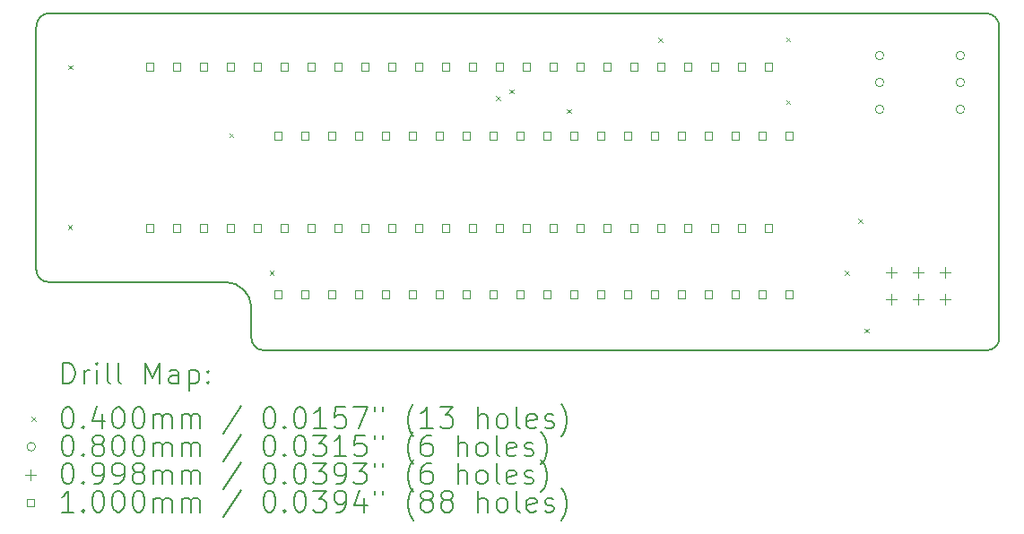
<source format=gbr>
%FSLAX45Y45*%
G04 Gerber Fmt 4.5, Leading zero omitted, Abs format (unit mm)*
G04 Created by KiCad (PCBNEW 6.0.1) date 2022-02-11 11:10:32*
%MOMM*%
%LPD*%
G01*
G04 APERTURE LIST*
%TA.AperFunction,Profile*%
%ADD10C,0.150000*%
%TD*%
%ADD11C,0.200000*%
%ADD12C,0.040000*%
%ADD13C,0.080000*%
%ADD14C,0.099822*%
%ADD15C,0.100000*%
G04 APERTURE END LIST*
D10*
X19823800Y-8470900D02*
G75*
G03*
X19696800Y-8343900I-127000J0D01*
G01*
X12763500Y-11414900D02*
X12763000Y-11132000D01*
X19709500Y-11529200D02*
G75*
G03*
X19823800Y-11414900I0J114300D01*
G01*
X19823800Y-8470900D02*
X19823800Y-11414900D01*
X12763000Y-11132000D02*
G75*
G03*
X12515000Y-10884000I-248000J0D01*
G01*
X12515000Y-10884000D02*
X10845800Y-10883900D01*
X12763500Y-11414900D02*
G75*
G03*
X12877800Y-11529200I114300J0D01*
G01*
X19709500Y-11529200D02*
X12877800Y-11529200D01*
X10731500Y-10769600D02*
X10731500Y-8470900D01*
X10858500Y-8343900D02*
X19696800Y-8343900D01*
X10858500Y-8343900D02*
G75*
G03*
X10731500Y-8470900I0J-127000D01*
G01*
X10731500Y-10769600D02*
G75*
G03*
X10845800Y-10883900I114300J0D01*
G01*
D11*
D12*
X11030000Y-10347000D02*
X11070000Y-10387000D01*
X11070000Y-10347000D02*
X11030000Y-10387000D01*
X11034000Y-8834000D02*
X11074000Y-8874000D01*
X11074000Y-8834000D02*
X11034000Y-8874000D01*
X12554000Y-9478000D02*
X12594000Y-9518000D01*
X12594000Y-9478000D02*
X12554000Y-9518000D01*
X12935000Y-10777000D02*
X12975000Y-10817000D01*
X12975000Y-10777000D02*
X12935000Y-10817000D01*
X15073000Y-9126000D02*
X15113000Y-9166000D01*
X15113000Y-9126000D02*
X15073000Y-9166000D01*
X15200000Y-9063000D02*
X15240000Y-9103000D01*
X15240000Y-9063000D02*
X15200000Y-9103000D01*
X15738000Y-9249000D02*
X15778000Y-9289000D01*
X15778000Y-9249000D02*
X15738000Y-9289000D01*
X16607000Y-8579000D02*
X16647000Y-8619000D01*
X16647000Y-8579000D02*
X16607000Y-8619000D01*
X17810000Y-8573000D02*
X17850000Y-8613000D01*
X17850000Y-8573000D02*
X17810000Y-8613000D01*
X17812000Y-9164000D02*
X17852000Y-9204000D01*
X17852000Y-9164000D02*
X17812000Y-9204000D01*
X18367000Y-10778000D02*
X18407000Y-10818000D01*
X18407000Y-10778000D02*
X18367000Y-10818000D01*
X18493000Y-10284000D02*
X18533000Y-10324000D01*
X18533000Y-10284000D02*
X18493000Y-10324000D01*
X18552000Y-11324000D02*
X18592000Y-11364000D01*
X18592000Y-11324000D02*
X18552000Y-11364000D01*
D13*
X18734000Y-8744000D02*
G75*
G03*
X18734000Y-8744000I-40000J0D01*
G01*
X18734000Y-8998000D02*
G75*
G03*
X18734000Y-8998000I-40000J0D01*
G01*
X18734000Y-9252000D02*
G75*
G03*
X18734000Y-9252000I-40000J0D01*
G01*
X19496000Y-8744000D02*
G75*
G03*
X19496000Y-8744000I-40000J0D01*
G01*
X19496000Y-8998000D02*
G75*
G03*
X19496000Y-8998000I-40000J0D01*
G01*
X19496000Y-9252000D02*
G75*
G03*
X19496000Y-9252000I-40000J0D01*
G01*
D14*
X18806000Y-10745089D02*
X18806000Y-10844911D01*
X18756089Y-10795000D02*
X18855911Y-10795000D01*
X18806000Y-10999089D02*
X18806000Y-11098911D01*
X18756089Y-11049000D02*
X18855911Y-11049000D01*
X19060000Y-10745089D02*
X19060000Y-10844911D01*
X19010089Y-10795000D02*
X19109911Y-10795000D01*
X19060000Y-10999089D02*
X19060000Y-11098911D01*
X19010089Y-11049000D02*
X19109911Y-11049000D01*
X19314000Y-10745089D02*
X19314000Y-10844911D01*
X19264089Y-10795000D02*
X19363911Y-10795000D01*
X19314000Y-10999089D02*
X19314000Y-11098911D01*
X19264089Y-11049000D02*
X19363911Y-11049000D01*
D15*
X11837466Y-8884716D02*
X11837466Y-8814004D01*
X11766754Y-8814004D01*
X11766754Y-8884716D01*
X11837466Y-8884716D01*
X11837466Y-10408716D02*
X11837466Y-10338004D01*
X11766754Y-10338004D01*
X11766754Y-10408716D01*
X11837466Y-10408716D01*
X12091466Y-8884716D02*
X12091466Y-8814004D01*
X12020754Y-8814004D01*
X12020754Y-8884716D01*
X12091466Y-8884716D01*
X12091466Y-10408716D02*
X12091466Y-10338004D01*
X12020754Y-10338004D01*
X12020754Y-10408716D01*
X12091466Y-10408716D01*
X12345466Y-8884716D02*
X12345466Y-8814004D01*
X12274754Y-8814004D01*
X12274754Y-8884716D01*
X12345466Y-8884716D01*
X12345466Y-10408716D02*
X12345466Y-10338004D01*
X12274754Y-10338004D01*
X12274754Y-10408716D01*
X12345466Y-10408716D01*
X12599466Y-8884716D02*
X12599466Y-8814004D01*
X12528754Y-8814004D01*
X12528754Y-8884716D01*
X12599466Y-8884716D01*
X12599466Y-10408716D02*
X12599466Y-10338004D01*
X12528754Y-10338004D01*
X12528754Y-10408716D01*
X12599466Y-10408716D01*
X12853466Y-8884716D02*
X12853466Y-8814004D01*
X12782754Y-8814004D01*
X12782754Y-8884716D01*
X12853466Y-8884716D01*
X12853466Y-10408716D02*
X12853466Y-10338004D01*
X12782754Y-10338004D01*
X12782754Y-10408716D01*
X12853466Y-10408716D01*
X13046356Y-9539056D02*
X13046356Y-9468344D01*
X12975644Y-9468344D01*
X12975644Y-9539056D01*
X13046356Y-9539056D01*
X13046356Y-11037656D02*
X13046356Y-10966944D01*
X12975644Y-10966944D01*
X12975644Y-11037656D01*
X13046356Y-11037656D01*
X13107466Y-8884716D02*
X13107466Y-8814004D01*
X13036754Y-8814004D01*
X13036754Y-8884716D01*
X13107466Y-8884716D01*
X13107466Y-10408716D02*
X13107466Y-10338004D01*
X13036754Y-10338004D01*
X13036754Y-10408716D01*
X13107466Y-10408716D01*
X13300356Y-9539056D02*
X13300356Y-9468344D01*
X13229644Y-9468344D01*
X13229644Y-9539056D01*
X13300356Y-9539056D01*
X13300356Y-11037656D02*
X13300356Y-10966944D01*
X13229644Y-10966944D01*
X13229644Y-11037656D01*
X13300356Y-11037656D01*
X13361466Y-8884716D02*
X13361466Y-8814004D01*
X13290754Y-8814004D01*
X13290754Y-8884716D01*
X13361466Y-8884716D01*
X13361466Y-10408716D02*
X13361466Y-10338004D01*
X13290754Y-10338004D01*
X13290754Y-10408716D01*
X13361466Y-10408716D01*
X13554356Y-9539056D02*
X13554356Y-9468344D01*
X13483644Y-9468344D01*
X13483644Y-9539056D01*
X13554356Y-9539056D01*
X13554356Y-11037656D02*
X13554356Y-10966944D01*
X13483644Y-10966944D01*
X13483644Y-11037656D01*
X13554356Y-11037656D01*
X13615466Y-8884716D02*
X13615466Y-8814004D01*
X13544754Y-8814004D01*
X13544754Y-8884716D01*
X13615466Y-8884716D01*
X13615466Y-10408716D02*
X13615466Y-10338004D01*
X13544754Y-10338004D01*
X13544754Y-10408716D01*
X13615466Y-10408716D01*
X13808356Y-9539056D02*
X13808356Y-9468344D01*
X13737644Y-9468344D01*
X13737644Y-9539056D01*
X13808356Y-9539056D01*
X13808356Y-11037656D02*
X13808356Y-10966944D01*
X13737644Y-10966944D01*
X13737644Y-11037656D01*
X13808356Y-11037656D01*
X13869466Y-8884716D02*
X13869466Y-8814004D01*
X13798754Y-8814004D01*
X13798754Y-8884716D01*
X13869466Y-8884716D01*
X13869466Y-10408716D02*
X13869466Y-10338004D01*
X13798754Y-10338004D01*
X13798754Y-10408716D01*
X13869466Y-10408716D01*
X14062356Y-9539056D02*
X14062356Y-9468344D01*
X13991644Y-9468344D01*
X13991644Y-9539056D01*
X14062356Y-9539056D01*
X14062356Y-11037656D02*
X14062356Y-10966944D01*
X13991644Y-10966944D01*
X13991644Y-11037656D01*
X14062356Y-11037656D01*
X14123466Y-8884716D02*
X14123466Y-8814004D01*
X14052754Y-8814004D01*
X14052754Y-8884716D01*
X14123466Y-8884716D01*
X14123466Y-10408716D02*
X14123466Y-10338004D01*
X14052754Y-10338004D01*
X14052754Y-10408716D01*
X14123466Y-10408716D01*
X14316356Y-9539056D02*
X14316356Y-9468344D01*
X14245644Y-9468344D01*
X14245644Y-9539056D01*
X14316356Y-9539056D01*
X14316356Y-11037656D02*
X14316356Y-10966944D01*
X14245644Y-10966944D01*
X14245644Y-11037656D01*
X14316356Y-11037656D01*
X14377466Y-8884716D02*
X14377466Y-8814004D01*
X14306754Y-8814004D01*
X14306754Y-8884716D01*
X14377466Y-8884716D01*
X14377466Y-10408716D02*
X14377466Y-10338004D01*
X14306754Y-10338004D01*
X14306754Y-10408716D01*
X14377466Y-10408716D01*
X14570356Y-9539056D02*
X14570356Y-9468344D01*
X14499644Y-9468344D01*
X14499644Y-9539056D01*
X14570356Y-9539056D01*
X14570356Y-11037656D02*
X14570356Y-10966944D01*
X14499644Y-10966944D01*
X14499644Y-11037656D01*
X14570356Y-11037656D01*
X14631466Y-8884716D02*
X14631466Y-8814004D01*
X14560754Y-8814004D01*
X14560754Y-8884716D01*
X14631466Y-8884716D01*
X14631466Y-10408716D02*
X14631466Y-10338004D01*
X14560754Y-10338004D01*
X14560754Y-10408716D01*
X14631466Y-10408716D01*
X14824356Y-9539056D02*
X14824356Y-9468344D01*
X14753644Y-9468344D01*
X14753644Y-9539056D01*
X14824356Y-9539056D01*
X14824356Y-11037656D02*
X14824356Y-10966944D01*
X14753644Y-10966944D01*
X14753644Y-11037656D01*
X14824356Y-11037656D01*
X14885466Y-8884716D02*
X14885466Y-8814004D01*
X14814754Y-8814004D01*
X14814754Y-8884716D01*
X14885466Y-8884716D01*
X14885466Y-10408716D02*
X14885466Y-10338004D01*
X14814754Y-10338004D01*
X14814754Y-10408716D01*
X14885466Y-10408716D01*
X15078356Y-9539056D02*
X15078356Y-9468344D01*
X15007644Y-9468344D01*
X15007644Y-9539056D01*
X15078356Y-9539056D01*
X15078356Y-11037656D02*
X15078356Y-10966944D01*
X15007644Y-10966944D01*
X15007644Y-11037656D01*
X15078356Y-11037656D01*
X15139466Y-8884716D02*
X15139466Y-8814004D01*
X15068754Y-8814004D01*
X15068754Y-8884716D01*
X15139466Y-8884716D01*
X15139466Y-10408716D02*
X15139466Y-10338004D01*
X15068754Y-10338004D01*
X15068754Y-10408716D01*
X15139466Y-10408716D01*
X15332356Y-9539056D02*
X15332356Y-9468344D01*
X15261644Y-9468344D01*
X15261644Y-9539056D01*
X15332356Y-9539056D01*
X15332356Y-11037656D02*
X15332356Y-10966944D01*
X15261644Y-10966944D01*
X15261644Y-11037656D01*
X15332356Y-11037656D01*
X15393466Y-8884716D02*
X15393466Y-8814004D01*
X15322754Y-8814004D01*
X15322754Y-8884716D01*
X15393466Y-8884716D01*
X15393466Y-10408716D02*
X15393466Y-10338004D01*
X15322754Y-10338004D01*
X15322754Y-10408716D01*
X15393466Y-10408716D01*
X15586356Y-9539056D02*
X15586356Y-9468344D01*
X15515644Y-9468344D01*
X15515644Y-9539056D01*
X15586356Y-9539056D01*
X15586356Y-11037656D02*
X15586356Y-10966944D01*
X15515644Y-10966944D01*
X15515644Y-11037656D01*
X15586356Y-11037656D01*
X15647466Y-8884716D02*
X15647466Y-8814004D01*
X15576754Y-8814004D01*
X15576754Y-8884716D01*
X15647466Y-8884716D01*
X15647466Y-10408716D02*
X15647466Y-10338004D01*
X15576754Y-10338004D01*
X15576754Y-10408716D01*
X15647466Y-10408716D01*
X15840356Y-9539056D02*
X15840356Y-9468344D01*
X15769644Y-9468344D01*
X15769644Y-9539056D01*
X15840356Y-9539056D01*
X15840356Y-11037656D02*
X15840356Y-10966944D01*
X15769644Y-10966944D01*
X15769644Y-11037656D01*
X15840356Y-11037656D01*
X15901466Y-8884716D02*
X15901466Y-8814004D01*
X15830754Y-8814004D01*
X15830754Y-8884716D01*
X15901466Y-8884716D01*
X15901466Y-10408716D02*
X15901466Y-10338004D01*
X15830754Y-10338004D01*
X15830754Y-10408716D01*
X15901466Y-10408716D01*
X16094356Y-9539056D02*
X16094356Y-9468344D01*
X16023644Y-9468344D01*
X16023644Y-9539056D01*
X16094356Y-9539056D01*
X16094356Y-11037656D02*
X16094356Y-10966944D01*
X16023644Y-10966944D01*
X16023644Y-11037656D01*
X16094356Y-11037656D01*
X16155466Y-8884716D02*
X16155466Y-8814004D01*
X16084754Y-8814004D01*
X16084754Y-8884716D01*
X16155466Y-8884716D01*
X16155466Y-10408716D02*
X16155466Y-10338004D01*
X16084754Y-10338004D01*
X16084754Y-10408716D01*
X16155466Y-10408716D01*
X16348356Y-9539056D02*
X16348356Y-9468344D01*
X16277644Y-9468344D01*
X16277644Y-9539056D01*
X16348356Y-9539056D01*
X16348356Y-11037656D02*
X16348356Y-10966944D01*
X16277644Y-10966944D01*
X16277644Y-11037656D01*
X16348356Y-11037656D01*
X16409466Y-8884716D02*
X16409466Y-8814004D01*
X16338754Y-8814004D01*
X16338754Y-8884716D01*
X16409466Y-8884716D01*
X16409466Y-10408716D02*
X16409466Y-10338004D01*
X16338754Y-10338004D01*
X16338754Y-10408716D01*
X16409466Y-10408716D01*
X16602356Y-9539056D02*
X16602356Y-9468344D01*
X16531644Y-9468344D01*
X16531644Y-9539056D01*
X16602356Y-9539056D01*
X16602356Y-11037656D02*
X16602356Y-10966944D01*
X16531644Y-10966944D01*
X16531644Y-11037656D01*
X16602356Y-11037656D01*
X16663466Y-8884716D02*
X16663466Y-8814004D01*
X16592754Y-8814004D01*
X16592754Y-8884716D01*
X16663466Y-8884716D01*
X16663466Y-10408716D02*
X16663466Y-10338004D01*
X16592754Y-10338004D01*
X16592754Y-10408716D01*
X16663466Y-10408716D01*
X16856356Y-9539056D02*
X16856356Y-9468344D01*
X16785644Y-9468344D01*
X16785644Y-9539056D01*
X16856356Y-9539056D01*
X16856356Y-11037656D02*
X16856356Y-10966944D01*
X16785644Y-10966944D01*
X16785644Y-11037656D01*
X16856356Y-11037656D01*
X16917466Y-8884716D02*
X16917466Y-8814004D01*
X16846754Y-8814004D01*
X16846754Y-8884716D01*
X16917466Y-8884716D01*
X16917466Y-10408716D02*
X16917466Y-10338004D01*
X16846754Y-10338004D01*
X16846754Y-10408716D01*
X16917466Y-10408716D01*
X17110356Y-9539056D02*
X17110356Y-9468344D01*
X17039644Y-9468344D01*
X17039644Y-9539056D01*
X17110356Y-9539056D01*
X17110356Y-11037656D02*
X17110356Y-10966944D01*
X17039644Y-10966944D01*
X17039644Y-11037656D01*
X17110356Y-11037656D01*
X17171466Y-8884716D02*
X17171466Y-8814004D01*
X17100754Y-8814004D01*
X17100754Y-8884716D01*
X17171466Y-8884716D01*
X17171466Y-10408716D02*
X17171466Y-10338004D01*
X17100754Y-10338004D01*
X17100754Y-10408716D01*
X17171466Y-10408716D01*
X17364356Y-9539056D02*
X17364356Y-9468344D01*
X17293644Y-9468344D01*
X17293644Y-9539056D01*
X17364356Y-9539056D01*
X17364356Y-11037656D02*
X17364356Y-10966944D01*
X17293644Y-10966944D01*
X17293644Y-11037656D01*
X17364356Y-11037656D01*
X17425466Y-8884716D02*
X17425466Y-8814004D01*
X17354754Y-8814004D01*
X17354754Y-8884716D01*
X17425466Y-8884716D01*
X17425466Y-10408716D02*
X17425466Y-10338004D01*
X17354754Y-10338004D01*
X17354754Y-10408716D01*
X17425466Y-10408716D01*
X17618356Y-9539056D02*
X17618356Y-9468344D01*
X17547644Y-9468344D01*
X17547644Y-9539056D01*
X17618356Y-9539056D01*
X17618356Y-11037656D02*
X17618356Y-10966944D01*
X17547644Y-10966944D01*
X17547644Y-11037656D01*
X17618356Y-11037656D01*
X17679466Y-8884716D02*
X17679466Y-8814004D01*
X17608754Y-8814004D01*
X17608754Y-8884716D01*
X17679466Y-8884716D01*
X17679466Y-10408716D02*
X17679466Y-10338004D01*
X17608754Y-10338004D01*
X17608754Y-10408716D01*
X17679466Y-10408716D01*
X17872356Y-9539056D02*
X17872356Y-9468344D01*
X17801644Y-9468344D01*
X17801644Y-9539056D01*
X17872356Y-9539056D01*
X17872356Y-11037656D02*
X17872356Y-10966944D01*
X17801644Y-10966944D01*
X17801644Y-11037656D01*
X17872356Y-11037656D01*
D11*
X10981619Y-11847176D02*
X10981619Y-11647176D01*
X11029238Y-11647176D01*
X11057810Y-11656700D01*
X11076857Y-11675748D01*
X11086381Y-11694795D01*
X11095905Y-11732890D01*
X11095905Y-11761462D01*
X11086381Y-11799557D01*
X11076857Y-11818605D01*
X11057810Y-11837652D01*
X11029238Y-11847176D01*
X10981619Y-11847176D01*
X11181619Y-11847176D02*
X11181619Y-11713843D01*
X11181619Y-11751938D02*
X11191143Y-11732890D01*
X11200667Y-11723367D01*
X11219714Y-11713843D01*
X11238762Y-11713843D01*
X11305428Y-11847176D02*
X11305428Y-11713843D01*
X11305428Y-11647176D02*
X11295905Y-11656700D01*
X11305428Y-11666224D01*
X11314952Y-11656700D01*
X11305428Y-11647176D01*
X11305428Y-11666224D01*
X11429238Y-11847176D02*
X11410190Y-11837652D01*
X11400667Y-11818605D01*
X11400667Y-11647176D01*
X11534000Y-11847176D02*
X11514952Y-11837652D01*
X11505428Y-11818605D01*
X11505428Y-11647176D01*
X11762571Y-11847176D02*
X11762571Y-11647176D01*
X11829238Y-11790033D01*
X11895905Y-11647176D01*
X11895905Y-11847176D01*
X12076857Y-11847176D02*
X12076857Y-11742414D01*
X12067333Y-11723367D01*
X12048286Y-11713843D01*
X12010190Y-11713843D01*
X11991143Y-11723367D01*
X12076857Y-11837652D02*
X12057809Y-11847176D01*
X12010190Y-11847176D01*
X11991143Y-11837652D01*
X11981619Y-11818605D01*
X11981619Y-11799557D01*
X11991143Y-11780509D01*
X12010190Y-11770986D01*
X12057809Y-11770986D01*
X12076857Y-11761462D01*
X12172095Y-11713843D02*
X12172095Y-11913843D01*
X12172095Y-11723367D02*
X12191143Y-11713843D01*
X12229238Y-11713843D01*
X12248286Y-11723367D01*
X12257809Y-11732890D01*
X12267333Y-11751938D01*
X12267333Y-11809081D01*
X12257809Y-11828128D01*
X12248286Y-11837652D01*
X12229238Y-11847176D01*
X12191143Y-11847176D01*
X12172095Y-11837652D01*
X12353048Y-11828128D02*
X12362571Y-11837652D01*
X12353048Y-11847176D01*
X12343524Y-11837652D01*
X12353048Y-11828128D01*
X12353048Y-11847176D01*
X12353048Y-11723367D02*
X12362571Y-11732890D01*
X12353048Y-11742414D01*
X12343524Y-11732890D01*
X12353048Y-11723367D01*
X12353048Y-11742414D01*
D12*
X10684000Y-12156700D02*
X10724000Y-12196700D01*
X10724000Y-12156700D02*
X10684000Y-12196700D01*
D11*
X11019714Y-12067176D02*
X11038762Y-12067176D01*
X11057810Y-12076700D01*
X11067333Y-12086224D01*
X11076857Y-12105271D01*
X11086381Y-12143367D01*
X11086381Y-12190986D01*
X11076857Y-12229081D01*
X11067333Y-12248128D01*
X11057810Y-12257652D01*
X11038762Y-12267176D01*
X11019714Y-12267176D01*
X11000667Y-12257652D01*
X10991143Y-12248128D01*
X10981619Y-12229081D01*
X10972095Y-12190986D01*
X10972095Y-12143367D01*
X10981619Y-12105271D01*
X10991143Y-12086224D01*
X11000667Y-12076700D01*
X11019714Y-12067176D01*
X11172095Y-12248128D02*
X11181619Y-12257652D01*
X11172095Y-12267176D01*
X11162571Y-12257652D01*
X11172095Y-12248128D01*
X11172095Y-12267176D01*
X11353048Y-12133843D02*
X11353048Y-12267176D01*
X11305428Y-12057652D02*
X11257809Y-12200509D01*
X11381619Y-12200509D01*
X11495905Y-12067176D02*
X11514952Y-12067176D01*
X11534000Y-12076700D01*
X11543524Y-12086224D01*
X11553048Y-12105271D01*
X11562571Y-12143367D01*
X11562571Y-12190986D01*
X11553048Y-12229081D01*
X11543524Y-12248128D01*
X11534000Y-12257652D01*
X11514952Y-12267176D01*
X11495905Y-12267176D01*
X11476857Y-12257652D01*
X11467333Y-12248128D01*
X11457809Y-12229081D01*
X11448286Y-12190986D01*
X11448286Y-12143367D01*
X11457809Y-12105271D01*
X11467333Y-12086224D01*
X11476857Y-12076700D01*
X11495905Y-12067176D01*
X11686381Y-12067176D02*
X11705428Y-12067176D01*
X11724476Y-12076700D01*
X11734000Y-12086224D01*
X11743524Y-12105271D01*
X11753048Y-12143367D01*
X11753048Y-12190986D01*
X11743524Y-12229081D01*
X11734000Y-12248128D01*
X11724476Y-12257652D01*
X11705428Y-12267176D01*
X11686381Y-12267176D01*
X11667333Y-12257652D01*
X11657809Y-12248128D01*
X11648286Y-12229081D01*
X11638762Y-12190986D01*
X11638762Y-12143367D01*
X11648286Y-12105271D01*
X11657809Y-12086224D01*
X11667333Y-12076700D01*
X11686381Y-12067176D01*
X11838762Y-12267176D02*
X11838762Y-12133843D01*
X11838762Y-12152890D02*
X11848286Y-12143367D01*
X11867333Y-12133843D01*
X11895905Y-12133843D01*
X11914952Y-12143367D01*
X11924476Y-12162414D01*
X11924476Y-12267176D01*
X11924476Y-12162414D02*
X11934000Y-12143367D01*
X11953048Y-12133843D01*
X11981619Y-12133843D01*
X12000667Y-12143367D01*
X12010190Y-12162414D01*
X12010190Y-12267176D01*
X12105428Y-12267176D02*
X12105428Y-12133843D01*
X12105428Y-12152890D02*
X12114952Y-12143367D01*
X12134000Y-12133843D01*
X12162571Y-12133843D01*
X12181619Y-12143367D01*
X12191143Y-12162414D01*
X12191143Y-12267176D01*
X12191143Y-12162414D02*
X12200667Y-12143367D01*
X12219714Y-12133843D01*
X12248286Y-12133843D01*
X12267333Y-12143367D01*
X12276857Y-12162414D01*
X12276857Y-12267176D01*
X12667333Y-12057652D02*
X12495905Y-12314795D01*
X12924476Y-12067176D02*
X12943524Y-12067176D01*
X12962571Y-12076700D01*
X12972095Y-12086224D01*
X12981619Y-12105271D01*
X12991143Y-12143367D01*
X12991143Y-12190986D01*
X12981619Y-12229081D01*
X12972095Y-12248128D01*
X12962571Y-12257652D01*
X12943524Y-12267176D01*
X12924476Y-12267176D01*
X12905428Y-12257652D01*
X12895905Y-12248128D01*
X12886381Y-12229081D01*
X12876857Y-12190986D01*
X12876857Y-12143367D01*
X12886381Y-12105271D01*
X12895905Y-12086224D01*
X12905428Y-12076700D01*
X12924476Y-12067176D01*
X13076857Y-12248128D02*
X13086381Y-12257652D01*
X13076857Y-12267176D01*
X13067333Y-12257652D01*
X13076857Y-12248128D01*
X13076857Y-12267176D01*
X13210190Y-12067176D02*
X13229238Y-12067176D01*
X13248286Y-12076700D01*
X13257809Y-12086224D01*
X13267333Y-12105271D01*
X13276857Y-12143367D01*
X13276857Y-12190986D01*
X13267333Y-12229081D01*
X13257809Y-12248128D01*
X13248286Y-12257652D01*
X13229238Y-12267176D01*
X13210190Y-12267176D01*
X13191143Y-12257652D01*
X13181619Y-12248128D01*
X13172095Y-12229081D01*
X13162571Y-12190986D01*
X13162571Y-12143367D01*
X13172095Y-12105271D01*
X13181619Y-12086224D01*
X13191143Y-12076700D01*
X13210190Y-12067176D01*
X13467333Y-12267176D02*
X13353048Y-12267176D01*
X13410190Y-12267176D02*
X13410190Y-12067176D01*
X13391143Y-12095748D01*
X13372095Y-12114795D01*
X13353048Y-12124319D01*
X13648286Y-12067176D02*
X13553048Y-12067176D01*
X13543524Y-12162414D01*
X13553048Y-12152890D01*
X13572095Y-12143367D01*
X13619714Y-12143367D01*
X13638762Y-12152890D01*
X13648286Y-12162414D01*
X13657809Y-12181462D01*
X13657809Y-12229081D01*
X13648286Y-12248128D01*
X13638762Y-12257652D01*
X13619714Y-12267176D01*
X13572095Y-12267176D01*
X13553048Y-12257652D01*
X13543524Y-12248128D01*
X13724476Y-12067176D02*
X13857809Y-12067176D01*
X13772095Y-12267176D01*
X13924476Y-12067176D02*
X13924476Y-12105271D01*
X14000667Y-12067176D02*
X14000667Y-12105271D01*
X14295905Y-12343367D02*
X14286381Y-12333843D01*
X14267333Y-12305271D01*
X14257809Y-12286224D01*
X14248286Y-12257652D01*
X14238762Y-12210033D01*
X14238762Y-12171938D01*
X14248286Y-12124319D01*
X14257809Y-12095748D01*
X14267333Y-12076700D01*
X14286381Y-12048128D01*
X14295905Y-12038605D01*
X14476857Y-12267176D02*
X14362571Y-12267176D01*
X14419714Y-12267176D02*
X14419714Y-12067176D01*
X14400667Y-12095748D01*
X14381619Y-12114795D01*
X14362571Y-12124319D01*
X14543524Y-12067176D02*
X14667333Y-12067176D01*
X14600667Y-12143367D01*
X14629238Y-12143367D01*
X14648286Y-12152890D01*
X14657809Y-12162414D01*
X14667333Y-12181462D01*
X14667333Y-12229081D01*
X14657809Y-12248128D01*
X14648286Y-12257652D01*
X14629238Y-12267176D01*
X14572095Y-12267176D01*
X14553048Y-12257652D01*
X14543524Y-12248128D01*
X14905428Y-12267176D02*
X14905428Y-12067176D01*
X14991143Y-12267176D02*
X14991143Y-12162414D01*
X14981619Y-12143367D01*
X14962571Y-12133843D01*
X14934000Y-12133843D01*
X14914952Y-12143367D01*
X14905428Y-12152890D01*
X15114952Y-12267176D02*
X15095905Y-12257652D01*
X15086381Y-12248128D01*
X15076857Y-12229081D01*
X15076857Y-12171938D01*
X15086381Y-12152890D01*
X15095905Y-12143367D01*
X15114952Y-12133843D01*
X15143524Y-12133843D01*
X15162571Y-12143367D01*
X15172095Y-12152890D01*
X15181619Y-12171938D01*
X15181619Y-12229081D01*
X15172095Y-12248128D01*
X15162571Y-12257652D01*
X15143524Y-12267176D01*
X15114952Y-12267176D01*
X15295905Y-12267176D02*
X15276857Y-12257652D01*
X15267333Y-12238605D01*
X15267333Y-12067176D01*
X15448286Y-12257652D02*
X15429238Y-12267176D01*
X15391143Y-12267176D01*
X15372095Y-12257652D01*
X15362571Y-12238605D01*
X15362571Y-12162414D01*
X15372095Y-12143367D01*
X15391143Y-12133843D01*
X15429238Y-12133843D01*
X15448286Y-12143367D01*
X15457809Y-12162414D01*
X15457809Y-12181462D01*
X15362571Y-12200509D01*
X15534000Y-12257652D02*
X15553048Y-12267176D01*
X15591143Y-12267176D01*
X15610190Y-12257652D01*
X15619714Y-12238605D01*
X15619714Y-12229081D01*
X15610190Y-12210033D01*
X15591143Y-12200509D01*
X15562571Y-12200509D01*
X15543524Y-12190986D01*
X15534000Y-12171938D01*
X15534000Y-12162414D01*
X15543524Y-12143367D01*
X15562571Y-12133843D01*
X15591143Y-12133843D01*
X15610190Y-12143367D01*
X15686381Y-12343367D02*
X15695905Y-12333843D01*
X15714952Y-12305271D01*
X15724476Y-12286224D01*
X15734000Y-12257652D01*
X15743524Y-12210033D01*
X15743524Y-12171938D01*
X15734000Y-12124319D01*
X15724476Y-12095748D01*
X15714952Y-12076700D01*
X15695905Y-12048128D01*
X15686381Y-12038605D01*
D13*
X10724000Y-12440700D02*
G75*
G03*
X10724000Y-12440700I-40000J0D01*
G01*
D11*
X11019714Y-12331176D02*
X11038762Y-12331176D01*
X11057810Y-12340700D01*
X11067333Y-12350224D01*
X11076857Y-12369271D01*
X11086381Y-12407367D01*
X11086381Y-12454986D01*
X11076857Y-12493081D01*
X11067333Y-12512128D01*
X11057810Y-12521652D01*
X11038762Y-12531176D01*
X11019714Y-12531176D01*
X11000667Y-12521652D01*
X10991143Y-12512128D01*
X10981619Y-12493081D01*
X10972095Y-12454986D01*
X10972095Y-12407367D01*
X10981619Y-12369271D01*
X10991143Y-12350224D01*
X11000667Y-12340700D01*
X11019714Y-12331176D01*
X11172095Y-12512128D02*
X11181619Y-12521652D01*
X11172095Y-12531176D01*
X11162571Y-12521652D01*
X11172095Y-12512128D01*
X11172095Y-12531176D01*
X11295905Y-12416890D02*
X11276857Y-12407367D01*
X11267333Y-12397843D01*
X11257809Y-12378795D01*
X11257809Y-12369271D01*
X11267333Y-12350224D01*
X11276857Y-12340700D01*
X11295905Y-12331176D01*
X11334000Y-12331176D01*
X11353048Y-12340700D01*
X11362571Y-12350224D01*
X11372095Y-12369271D01*
X11372095Y-12378795D01*
X11362571Y-12397843D01*
X11353048Y-12407367D01*
X11334000Y-12416890D01*
X11295905Y-12416890D01*
X11276857Y-12426414D01*
X11267333Y-12435938D01*
X11257809Y-12454986D01*
X11257809Y-12493081D01*
X11267333Y-12512128D01*
X11276857Y-12521652D01*
X11295905Y-12531176D01*
X11334000Y-12531176D01*
X11353048Y-12521652D01*
X11362571Y-12512128D01*
X11372095Y-12493081D01*
X11372095Y-12454986D01*
X11362571Y-12435938D01*
X11353048Y-12426414D01*
X11334000Y-12416890D01*
X11495905Y-12331176D02*
X11514952Y-12331176D01*
X11534000Y-12340700D01*
X11543524Y-12350224D01*
X11553048Y-12369271D01*
X11562571Y-12407367D01*
X11562571Y-12454986D01*
X11553048Y-12493081D01*
X11543524Y-12512128D01*
X11534000Y-12521652D01*
X11514952Y-12531176D01*
X11495905Y-12531176D01*
X11476857Y-12521652D01*
X11467333Y-12512128D01*
X11457809Y-12493081D01*
X11448286Y-12454986D01*
X11448286Y-12407367D01*
X11457809Y-12369271D01*
X11467333Y-12350224D01*
X11476857Y-12340700D01*
X11495905Y-12331176D01*
X11686381Y-12331176D02*
X11705428Y-12331176D01*
X11724476Y-12340700D01*
X11734000Y-12350224D01*
X11743524Y-12369271D01*
X11753048Y-12407367D01*
X11753048Y-12454986D01*
X11743524Y-12493081D01*
X11734000Y-12512128D01*
X11724476Y-12521652D01*
X11705428Y-12531176D01*
X11686381Y-12531176D01*
X11667333Y-12521652D01*
X11657809Y-12512128D01*
X11648286Y-12493081D01*
X11638762Y-12454986D01*
X11638762Y-12407367D01*
X11648286Y-12369271D01*
X11657809Y-12350224D01*
X11667333Y-12340700D01*
X11686381Y-12331176D01*
X11838762Y-12531176D02*
X11838762Y-12397843D01*
X11838762Y-12416890D02*
X11848286Y-12407367D01*
X11867333Y-12397843D01*
X11895905Y-12397843D01*
X11914952Y-12407367D01*
X11924476Y-12426414D01*
X11924476Y-12531176D01*
X11924476Y-12426414D02*
X11934000Y-12407367D01*
X11953048Y-12397843D01*
X11981619Y-12397843D01*
X12000667Y-12407367D01*
X12010190Y-12426414D01*
X12010190Y-12531176D01*
X12105428Y-12531176D02*
X12105428Y-12397843D01*
X12105428Y-12416890D02*
X12114952Y-12407367D01*
X12134000Y-12397843D01*
X12162571Y-12397843D01*
X12181619Y-12407367D01*
X12191143Y-12426414D01*
X12191143Y-12531176D01*
X12191143Y-12426414D02*
X12200667Y-12407367D01*
X12219714Y-12397843D01*
X12248286Y-12397843D01*
X12267333Y-12407367D01*
X12276857Y-12426414D01*
X12276857Y-12531176D01*
X12667333Y-12321652D02*
X12495905Y-12578795D01*
X12924476Y-12331176D02*
X12943524Y-12331176D01*
X12962571Y-12340700D01*
X12972095Y-12350224D01*
X12981619Y-12369271D01*
X12991143Y-12407367D01*
X12991143Y-12454986D01*
X12981619Y-12493081D01*
X12972095Y-12512128D01*
X12962571Y-12521652D01*
X12943524Y-12531176D01*
X12924476Y-12531176D01*
X12905428Y-12521652D01*
X12895905Y-12512128D01*
X12886381Y-12493081D01*
X12876857Y-12454986D01*
X12876857Y-12407367D01*
X12886381Y-12369271D01*
X12895905Y-12350224D01*
X12905428Y-12340700D01*
X12924476Y-12331176D01*
X13076857Y-12512128D02*
X13086381Y-12521652D01*
X13076857Y-12531176D01*
X13067333Y-12521652D01*
X13076857Y-12512128D01*
X13076857Y-12531176D01*
X13210190Y-12331176D02*
X13229238Y-12331176D01*
X13248286Y-12340700D01*
X13257809Y-12350224D01*
X13267333Y-12369271D01*
X13276857Y-12407367D01*
X13276857Y-12454986D01*
X13267333Y-12493081D01*
X13257809Y-12512128D01*
X13248286Y-12521652D01*
X13229238Y-12531176D01*
X13210190Y-12531176D01*
X13191143Y-12521652D01*
X13181619Y-12512128D01*
X13172095Y-12493081D01*
X13162571Y-12454986D01*
X13162571Y-12407367D01*
X13172095Y-12369271D01*
X13181619Y-12350224D01*
X13191143Y-12340700D01*
X13210190Y-12331176D01*
X13343524Y-12331176D02*
X13467333Y-12331176D01*
X13400667Y-12407367D01*
X13429238Y-12407367D01*
X13448286Y-12416890D01*
X13457809Y-12426414D01*
X13467333Y-12445462D01*
X13467333Y-12493081D01*
X13457809Y-12512128D01*
X13448286Y-12521652D01*
X13429238Y-12531176D01*
X13372095Y-12531176D01*
X13353048Y-12521652D01*
X13343524Y-12512128D01*
X13657809Y-12531176D02*
X13543524Y-12531176D01*
X13600667Y-12531176D02*
X13600667Y-12331176D01*
X13581619Y-12359748D01*
X13562571Y-12378795D01*
X13543524Y-12388319D01*
X13838762Y-12331176D02*
X13743524Y-12331176D01*
X13734000Y-12426414D01*
X13743524Y-12416890D01*
X13762571Y-12407367D01*
X13810190Y-12407367D01*
X13829238Y-12416890D01*
X13838762Y-12426414D01*
X13848286Y-12445462D01*
X13848286Y-12493081D01*
X13838762Y-12512128D01*
X13829238Y-12521652D01*
X13810190Y-12531176D01*
X13762571Y-12531176D01*
X13743524Y-12521652D01*
X13734000Y-12512128D01*
X13924476Y-12331176D02*
X13924476Y-12369271D01*
X14000667Y-12331176D02*
X14000667Y-12369271D01*
X14295905Y-12607367D02*
X14286381Y-12597843D01*
X14267333Y-12569271D01*
X14257809Y-12550224D01*
X14248286Y-12521652D01*
X14238762Y-12474033D01*
X14238762Y-12435938D01*
X14248286Y-12388319D01*
X14257809Y-12359748D01*
X14267333Y-12340700D01*
X14286381Y-12312128D01*
X14295905Y-12302605D01*
X14457809Y-12331176D02*
X14419714Y-12331176D01*
X14400667Y-12340700D01*
X14391143Y-12350224D01*
X14372095Y-12378795D01*
X14362571Y-12416890D01*
X14362571Y-12493081D01*
X14372095Y-12512128D01*
X14381619Y-12521652D01*
X14400667Y-12531176D01*
X14438762Y-12531176D01*
X14457809Y-12521652D01*
X14467333Y-12512128D01*
X14476857Y-12493081D01*
X14476857Y-12445462D01*
X14467333Y-12426414D01*
X14457809Y-12416890D01*
X14438762Y-12407367D01*
X14400667Y-12407367D01*
X14381619Y-12416890D01*
X14372095Y-12426414D01*
X14362571Y-12445462D01*
X14714952Y-12531176D02*
X14714952Y-12331176D01*
X14800667Y-12531176D02*
X14800667Y-12426414D01*
X14791143Y-12407367D01*
X14772095Y-12397843D01*
X14743524Y-12397843D01*
X14724476Y-12407367D01*
X14714952Y-12416890D01*
X14924476Y-12531176D02*
X14905428Y-12521652D01*
X14895905Y-12512128D01*
X14886381Y-12493081D01*
X14886381Y-12435938D01*
X14895905Y-12416890D01*
X14905428Y-12407367D01*
X14924476Y-12397843D01*
X14953048Y-12397843D01*
X14972095Y-12407367D01*
X14981619Y-12416890D01*
X14991143Y-12435938D01*
X14991143Y-12493081D01*
X14981619Y-12512128D01*
X14972095Y-12521652D01*
X14953048Y-12531176D01*
X14924476Y-12531176D01*
X15105428Y-12531176D02*
X15086381Y-12521652D01*
X15076857Y-12502605D01*
X15076857Y-12331176D01*
X15257809Y-12521652D02*
X15238762Y-12531176D01*
X15200667Y-12531176D01*
X15181619Y-12521652D01*
X15172095Y-12502605D01*
X15172095Y-12426414D01*
X15181619Y-12407367D01*
X15200667Y-12397843D01*
X15238762Y-12397843D01*
X15257809Y-12407367D01*
X15267333Y-12426414D01*
X15267333Y-12445462D01*
X15172095Y-12464509D01*
X15343524Y-12521652D02*
X15362571Y-12531176D01*
X15400667Y-12531176D01*
X15419714Y-12521652D01*
X15429238Y-12502605D01*
X15429238Y-12493081D01*
X15419714Y-12474033D01*
X15400667Y-12464509D01*
X15372095Y-12464509D01*
X15353048Y-12454986D01*
X15343524Y-12435938D01*
X15343524Y-12426414D01*
X15353048Y-12407367D01*
X15372095Y-12397843D01*
X15400667Y-12397843D01*
X15419714Y-12407367D01*
X15495905Y-12607367D02*
X15505428Y-12597843D01*
X15524476Y-12569271D01*
X15534000Y-12550224D01*
X15543524Y-12521652D01*
X15553048Y-12474033D01*
X15553048Y-12435938D01*
X15543524Y-12388319D01*
X15534000Y-12359748D01*
X15524476Y-12340700D01*
X15505428Y-12312128D01*
X15495905Y-12302605D01*
D14*
X10674089Y-12654789D02*
X10674089Y-12754611D01*
X10624178Y-12704700D02*
X10724000Y-12704700D01*
D11*
X11019714Y-12595176D02*
X11038762Y-12595176D01*
X11057810Y-12604700D01*
X11067333Y-12614224D01*
X11076857Y-12633271D01*
X11086381Y-12671367D01*
X11086381Y-12718986D01*
X11076857Y-12757081D01*
X11067333Y-12776128D01*
X11057810Y-12785652D01*
X11038762Y-12795176D01*
X11019714Y-12795176D01*
X11000667Y-12785652D01*
X10991143Y-12776128D01*
X10981619Y-12757081D01*
X10972095Y-12718986D01*
X10972095Y-12671367D01*
X10981619Y-12633271D01*
X10991143Y-12614224D01*
X11000667Y-12604700D01*
X11019714Y-12595176D01*
X11172095Y-12776128D02*
X11181619Y-12785652D01*
X11172095Y-12795176D01*
X11162571Y-12785652D01*
X11172095Y-12776128D01*
X11172095Y-12795176D01*
X11276857Y-12795176D02*
X11314952Y-12795176D01*
X11334000Y-12785652D01*
X11343524Y-12776128D01*
X11362571Y-12747557D01*
X11372095Y-12709462D01*
X11372095Y-12633271D01*
X11362571Y-12614224D01*
X11353048Y-12604700D01*
X11334000Y-12595176D01*
X11295905Y-12595176D01*
X11276857Y-12604700D01*
X11267333Y-12614224D01*
X11257809Y-12633271D01*
X11257809Y-12680890D01*
X11267333Y-12699938D01*
X11276857Y-12709462D01*
X11295905Y-12718986D01*
X11334000Y-12718986D01*
X11353048Y-12709462D01*
X11362571Y-12699938D01*
X11372095Y-12680890D01*
X11467333Y-12795176D02*
X11505428Y-12795176D01*
X11524476Y-12785652D01*
X11534000Y-12776128D01*
X11553048Y-12747557D01*
X11562571Y-12709462D01*
X11562571Y-12633271D01*
X11553048Y-12614224D01*
X11543524Y-12604700D01*
X11524476Y-12595176D01*
X11486381Y-12595176D01*
X11467333Y-12604700D01*
X11457809Y-12614224D01*
X11448286Y-12633271D01*
X11448286Y-12680890D01*
X11457809Y-12699938D01*
X11467333Y-12709462D01*
X11486381Y-12718986D01*
X11524476Y-12718986D01*
X11543524Y-12709462D01*
X11553048Y-12699938D01*
X11562571Y-12680890D01*
X11676857Y-12680890D02*
X11657809Y-12671367D01*
X11648286Y-12661843D01*
X11638762Y-12642795D01*
X11638762Y-12633271D01*
X11648286Y-12614224D01*
X11657809Y-12604700D01*
X11676857Y-12595176D01*
X11714952Y-12595176D01*
X11734000Y-12604700D01*
X11743524Y-12614224D01*
X11753048Y-12633271D01*
X11753048Y-12642795D01*
X11743524Y-12661843D01*
X11734000Y-12671367D01*
X11714952Y-12680890D01*
X11676857Y-12680890D01*
X11657809Y-12690414D01*
X11648286Y-12699938D01*
X11638762Y-12718986D01*
X11638762Y-12757081D01*
X11648286Y-12776128D01*
X11657809Y-12785652D01*
X11676857Y-12795176D01*
X11714952Y-12795176D01*
X11734000Y-12785652D01*
X11743524Y-12776128D01*
X11753048Y-12757081D01*
X11753048Y-12718986D01*
X11743524Y-12699938D01*
X11734000Y-12690414D01*
X11714952Y-12680890D01*
X11838762Y-12795176D02*
X11838762Y-12661843D01*
X11838762Y-12680890D02*
X11848286Y-12671367D01*
X11867333Y-12661843D01*
X11895905Y-12661843D01*
X11914952Y-12671367D01*
X11924476Y-12690414D01*
X11924476Y-12795176D01*
X11924476Y-12690414D02*
X11934000Y-12671367D01*
X11953048Y-12661843D01*
X11981619Y-12661843D01*
X12000667Y-12671367D01*
X12010190Y-12690414D01*
X12010190Y-12795176D01*
X12105428Y-12795176D02*
X12105428Y-12661843D01*
X12105428Y-12680890D02*
X12114952Y-12671367D01*
X12134000Y-12661843D01*
X12162571Y-12661843D01*
X12181619Y-12671367D01*
X12191143Y-12690414D01*
X12191143Y-12795176D01*
X12191143Y-12690414D02*
X12200667Y-12671367D01*
X12219714Y-12661843D01*
X12248286Y-12661843D01*
X12267333Y-12671367D01*
X12276857Y-12690414D01*
X12276857Y-12795176D01*
X12667333Y-12585652D02*
X12495905Y-12842795D01*
X12924476Y-12595176D02*
X12943524Y-12595176D01*
X12962571Y-12604700D01*
X12972095Y-12614224D01*
X12981619Y-12633271D01*
X12991143Y-12671367D01*
X12991143Y-12718986D01*
X12981619Y-12757081D01*
X12972095Y-12776128D01*
X12962571Y-12785652D01*
X12943524Y-12795176D01*
X12924476Y-12795176D01*
X12905428Y-12785652D01*
X12895905Y-12776128D01*
X12886381Y-12757081D01*
X12876857Y-12718986D01*
X12876857Y-12671367D01*
X12886381Y-12633271D01*
X12895905Y-12614224D01*
X12905428Y-12604700D01*
X12924476Y-12595176D01*
X13076857Y-12776128D02*
X13086381Y-12785652D01*
X13076857Y-12795176D01*
X13067333Y-12785652D01*
X13076857Y-12776128D01*
X13076857Y-12795176D01*
X13210190Y-12595176D02*
X13229238Y-12595176D01*
X13248286Y-12604700D01*
X13257809Y-12614224D01*
X13267333Y-12633271D01*
X13276857Y-12671367D01*
X13276857Y-12718986D01*
X13267333Y-12757081D01*
X13257809Y-12776128D01*
X13248286Y-12785652D01*
X13229238Y-12795176D01*
X13210190Y-12795176D01*
X13191143Y-12785652D01*
X13181619Y-12776128D01*
X13172095Y-12757081D01*
X13162571Y-12718986D01*
X13162571Y-12671367D01*
X13172095Y-12633271D01*
X13181619Y-12614224D01*
X13191143Y-12604700D01*
X13210190Y-12595176D01*
X13343524Y-12595176D02*
X13467333Y-12595176D01*
X13400667Y-12671367D01*
X13429238Y-12671367D01*
X13448286Y-12680890D01*
X13457809Y-12690414D01*
X13467333Y-12709462D01*
X13467333Y-12757081D01*
X13457809Y-12776128D01*
X13448286Y-12785652D01*
X13429238Y-12795176D01*
X13372095Y-12795176D01*
X13353048Y-12785652D01*
X13343524Y-12776128D01*
X13562571Y-12795176D02*
X13600667Y-12795176D01*
X13619714Y-12785652D01*
X13629238Y-12776128D01*
X13648286Y-12747557D01*
X13657809Y-12709462D01*
X13657809Y-12633271D01*
X13648286Y-12614224D01*
X13638762Y-12604700D01*
X13619714Y-12595176D01*
X13581619Y-12595176D01*
X13562571Y-12604700D01*
X13553048Y-12614224D01*
X13543524Y-12633271D01*
X13543524Y-12680890D01*
X13553048Y-12699938D01*
X13562571Y-12709462D01*
X13581619Y-12718986D01*
X13619714Y-12718986D01*
X13638762Y-12709462D01*
X13648286Y-12699938D01*
X13657809Y-12680890D01*
X13724476Y-12595176D02*
X13848286Y-12595176D01*
X13781619Y-12671367D01*
X13810190Y-12671367D01*
X13829238Y-12680890D01*
X13838762Y-12690414D01*
X13848286Y-12709462D01*
X13848286Y-12757081D01*
X13838762Y-12776128D01*
X13829238Y-12785652D01*
X13810190Y-12795176D01*
X13753048Y-12795176D01*
X13734000Y-12785652D01*
X13724476Y-12776128D01*
X13924476Y-12595176D02*
X13924476Y-12633271D01*
X14000667Y-12595176D02*
X14000667Y-12633271D01*
X14295905Y-12871367D02*
X14286381Y-12861843D01*
X14267333Y-12833271D01*
X14257809Y-12814224D01*
X14248286Y-12785652D01*
X14238762Y-12738033D01*
X14238762Y-12699938D01*
X14248286Y-12652319D01*
X14257809Y-12623748D01*
X14267333Y-12604700D01*
X14286381Y-12576128D01*
X14295905Y-12566605D01*
X14457809Y-12595176D02*
X14419714Y-12595176D01*
X14400667Y-12604700D01*
X14391143Y-12614224D01*
X14372095Y-12642795D01*
X14362571Y-12680890D01*
X14362571Y-12757081D01*
X14372095Y-12776128D01*
X14381619Y-12785652D01*
X14400667Y-12795176D01*
X14438762Y-12795176D01*
X14457809Y-12785652D01*
X14467333Y-12776128D01*
X14476857Y-12757081D01*
X14476857Y-12709462D01*
X14467333Y-12690414D01*
X14457809Y-12680890D01*
X14438762Y-12671367D01*
X14400667Y-12671367D01*
X14381619Y-12680890D01*
X14372095Y-12690414D01*
X14362571Y-12709462D01*
X14714952Y-12795176D02*
X14714952Y-12595176D01*
X14800667Y-12795176D02*
X14800667Y-12690414D01*
X14791143Y-12671367D01*
X14772095Y-12661843D01*
X14743524Y-12661843D01*
X14724476Y-12671367D01*
X14714952Y-12680890D01*
X14924476Y-12795176D02*
X14905428Y-12785652D01*
X14895905Y-12776128D01*
X14886381Y-12757081D01*
X14886381Y-12699938D01*
X14895905Y-12680890D01*
X14905428Y-12671367D01*
X14924476Y-12661843D01*
X14953048Y-12661843D01*
X14972095Y-12671367D01*
X14981619Y-12680890D01*
X14991143Y-12699938D01*
X14991143Y-12757081D01*
X14981619Y-12776128D01*
X14972095Y-12785652D01*
X14953048Y-12795176D01*
X14924476Y-12795176D01*
X15105428Y-12795176D02*
X15086381Y-12785652D01*
X15076857Y-12766605D01*
X15076857Y-12595176D01*
X15257809Y-12785652D02*
X15238762Y-12795176D01*
X15200667Y-12795176D01*
X15181619Y-12785652D01*
X15172095Y-12766605D01*
X15172095Y-12690414D01*
X15181619Y-12671367D01*
X15200667Y-12661843D01*
X15238762Y-12661843D01*
X15257809Y-12671367D01*
X15267333Y-12690414D01*
X15267333Y-12709462D01*
X15172095Y-12728509D01*
X15343524Y-12785652D02*
X15362571Y-12795176D01*
X15400667Y-12795176D01*
X15419714Y-12785652D01*
X15429238Y-12766605D01*
X15429238Y-12757081D01*
X15419714Y-12738033D01*
X15400667Y-12728509D01*
X15372095Y-12728509D01*
X15353048Y-12718986D01*
X15343524Y-12699938D01*
X15343524Y-12690414D01*
X15353048Y-12671367D01*
X15372095Y-12661843D01*
X15400667Y-12661843D01*
X15419714Y-12671367D01*
X15495905Y-12871367D02*
X15505428Y-12861843D01*
X15524476Y-12833271D01*
X15534000Y-12814224D01*
X15543524Y-12785652D01*
X15553048Y-12738033D01*
X15553048Y-12699938D01*
X15543524Y-12652319D01*
X15534000Y-12623748D01*
X15524476Y-12604700D01*
X15505428Y-12576128D01*
X15495905Y-12566605D01*
D15*
X10709356Y-13004056D02*
X10709356Y-12933344D01*
X10638644Y-12933344D01*
X10638644Y-13004056D01*
X10709356Y-13004056D01*
D11*
X11086381Y-13059176D02*
X10972095Y-13059176D01*
X11029238Y-13059176D02*
X11029238Y-12859176D01*
X11010190Y-12887748D01*
X10991143Y-12906795D01*
X10972095Y-12916319D01*
X11172095Y-13040128D02*
X11181619Y-13049652D01*
X11172095Y-13059176D01*
X11162571Y-13049652D01*
X11172095Y-13040128D01*
X11172095Y-13059176D01*
X11305428Y-12859176D02*
X11324476Y-12859176D01*
X11343524Y-12868700D01*
X11353048Y-12878224D01*
X11362571Y-12897271D01*
X11372095Y-12935367D01*
X11372095Y-12982986D01*
X11362571Y-13021081D01*
X11353048Y-13040128D01*
X11343524Y-13049652D01*
X11324476Y-13059176D01*
X11305428Y-13059176D01*
X11286381Y-13049652D01*
X11276857Y-13040128D01*
X11267333Y-13021081D01*
X11257809Y-12982986D01*
X11257809Y-12935367D01*
X11267333Y-12897271D01*
X11276857Y-12878224D01*
X11286381Y-12868700D01*
X11305428Y-12859176D01*
X11495905Y-12859176D02*
X11514952Y-12859176D01*
X11534000Y-12868700D01*
X11543524Y-12878224D01*
X11553048Y-12897271D01*
X11562571Y-12935367D01*
X11562571Y-12982986D01*
X11553048Y-13021081D01*
X11543524Y-13040128D01*
X11534000Y-13049652D01*
X11514952Y-13059176D01*
X11495905Y-13059176D01*
X11476857Y-13049652D01*
X11467333Y-13040128D01*
X11457809Y-13021081D01*
X11448286Y-12982986D01*
X11448286Y-12935367D01*
X11457809Y-12897271D01*
X11467333Y-12878224D01*
X11476857Y-12868700D01*
X11495905Y-12859176D01*
X11686381Y-12859176D02*
X11705428Y-12859176D01*
X11724476Y-12868700D01*
X11734000Y-12878224D01*
X11743524Y-12897271D01*
X11753048Y-12935367D01*
X11753048Y-12982986D01*
X11743524Y-13021081D01*
X11734000Y-13040128D01*
X11724476Y-13049652D01*
X11705428Y-13059176D01*
X11686381Y-13059176D01*
X11667333Y-13049652D01*
X11657809Y-13040128D01*
X11648286Y-13021081D01*
X11638762Y-12982986D01*
X11638762Y-12935367D01*
X11648286Y-12897271D01*
X11657809Y-12878224D01*
X11667333Y-12868700D01*
X11686381Y-12859176D01*
X11838762Y-13059176D02*
X11838762Y-12925843D01*
X11838762Y-12944890D02*
X11848286Y-12935367D01*
X11867333Y-12925843D01*
X11895905Y-12925843D01*
X11914952Y-12935367D01*
X11924476Y-12954414D01*
X11924476Y-13059176D01*
X11924476Y-12954414D02*
X11934000Y-12935367D01*
X11953048Y-12925843D01*
X11981619Y-12925843D01*
X12000667Y-12935367D01*
X12010190Y-12954414D01*
X12010190Y-13059176D01*
X12105428Y-13059176D02*
X12105428Y-12925843D01*
X12105428Y-12944890D02*
X12114952Y-12935367D01*
X12134000Y-12925843D01*
X12162571Y-12925843D01*
X12181619Y-12935367D01*
X12191143Y-12954414D01*
X12191143Y-13059176D01*
X12191143Y-12954414D02*
X12200667Y-12935367D01*
X12219714Y-12925843D01*
X12248286Y-12925843D01*
X12267333Y-12935367D01*
X12276857Y-12954414D01*
X12276857Y-13059176D01*
X12667333Y-12849652D02*
X12495905Y-13106795D01*
X12924476Y-12859176D02*
X12943524Y-12859176D01*
X12962571Y-12868700D01*
X12972095Y-12878224D01*
X12981619Y-12897271D01*
X12991143Y-12935367D01*
X12991143Y-12982986D01*
X12981619Y-13021081D01*
X12972095Y-13040128D01*
X12962571Y-13049652D01*
X12943524Y-13059176D01*
X12924476Y-13059176D01*
X12905428Y-13049652D01*
X12895905Y-13040128D01*
X12886381Y-13021081D01*
X12876857Y-12982986D01*
X12876857Y-12935367D01*
X12886381Y-12897271D01*
X12895905Y-12878224D01*
X12905428Y-12868700D01*
X12924476Y-12859176D01*
X13076857Y-13040128D02*
X13086381Y-13049652D01*
X13076857Y-13059176D01*
X13067333Y-13049652D01*
X13076857Y-13040128D01*
X13076857Y-13059176D01*
X13210190Y-12859176D02*
X13229238Y-12859176D01*
X13248286Y-12868700D01*
X13257809Y-12878224D01*
X13267333Y-12897271D01*
X13276857Y-12935367D01*
X13276857Y-12982986D01*
X13267333Y-13021081D01*
X13257809Y-13040128D01*
X13248286Y-13049652D01*
X13229238Y-13059176D01*
X13210190Y-13059176D01*
X13191143Y-13049652D01*
X13181619Y-13040128D01*
X13172095Y-13021081D01*
X13162571Y-12982986D01*
X13162571Y-12935367D01*
X13172095Y-12897271D01*
X13181619Y-12878224D01*
X13191143Y-12868700D01*
X13210190Y-12859176D01*
X13343524Y-12859176D02*
X13467333Y-12859176D01*
X13400667Y-12935367D01*
X13429238Y-12935367D01*
X13448286Y-12944890D01*
X13457809Y-12954414D01*
X13467333Y-12973462D01*
X13467333Y-13021081D01*
X13457809Y-13040128D01*
X13448286Y-13049652D01*
X13429238Y-13059176D01*
X13372095Y-13059176D01*
X13353048Y-13049652D01*
X13343524Y-13040128D01*
X13562571Y-13059176D02*
X13600667Y-13059176D01*
X13619714Y-13049652D01*
X13629238Y-13040128D01*
X13648286Y-13011557D01*
X13657809Y-12973462D01*
X13657809Y-12897271D01*
X13648286Y-12878224D01*
X13638762Y-12868700D01*
X13619714Y-12859176D01*
X13581619Y-12859176D01*
X13562571Y-12868700D01*
X13553048Y-12878224D01*
X13543524Y-12897271D01*
X13543524Y-12944890D01*
X13553048Y-12963938D01*
X13562571Y-12973462D01*
X13581619Y-12982986D01*
X13619714Y-12982986D01*
X13638762Y-12973462D01*
X13648286Y-12963938D01*
X13657809Y-12944890D01*
X13829238Y-12925843D02*
X13829238Y-13059176D01*
X13781619Y-12849652D02*
X13734000Y-12992509D01*
X13857809Y-12992509D01*
X13924476Y-12859176D02*
X13924476Y-12897271D01*
X14000667Y-12859176D02*
X14000667Y-12897271D01*
X14295905Y-13135367D02*
X14286381Y-13125843D01*
X14267333Y-13097271D01*
X14257809Y-13078224D01*
X14248286Y-13049652D01*
X14238762Y-13002033D01*
X14238762Y-12963938D01*
X14248286Y-12916319D01*
X14257809Y-12887748D01*
X14267333Y-12868700D01*
X14286381Y-12840128D01*
X14295905Y-12830605D01*
X14400667Y-12944890D02*
X14381619Y-12935367D01*
X14372095Y-12925843D01*
X14362571Y-12906795D01*
X14362571Y-12897271D01*
X14372095Y-12878224D01*
X14381619Y-12868700D01*
X14400667Y-12859176D01*
X14438762Y-12859176D01*
X14457809Y-12868700D01*
X14467333Y-12878224D01*
X14476857Y-12897271D01*
X14476857Y-12906795D01*
X14467333Y-12925843D01*
X14457809Y-12935367D01*
X14438762Y-12944890D01*
X14400667Y-12944890D01*
X14381619Y-12954414D01*
X14372095Y-12963938D01*
X14362571Y-12982986D01*
X14362571Y-13021081D01*
X14372095Y-13040128D01*
X14381619Y-13049652D01*
X14400667Y-13059176D01*
X14438762Y-13059176D01*
X14457809Y-13049652D01*
X14467333Y-13040128D01*
X14476857Y-13021081D01*
X14476857Y-12982986D01*
X14467333Y-12963938D01*
X14457809Y-12954414D01*
X14438762Y-12944890D01*
X14591143Y-12944890D02*
X14572095Y-12935367D01*
X14562571Y-12925843D01*
X14553048Y-12906795D01*
X14553048Y-12897271D01*
X14562571Y-12878224D01*
X14572095Y-12868700D01*
X14591143Y-12859176D01*
X14629238Y-12859176D01*
X14648286Y-12868700D01*
X14657809Y-12878224D01*
X14667333Y-12897271D01*
X14667333Y-12906795D01*
X14657809Y-12925843D01*
X14648286Y-12935367D01*
X14629238Y-12944890D01*
X14591143Y-12944890D01*
X14572095Y-12954414D01*
X14562571Y-12963938D01*
X14553048Y-12982986D01*
X14553048Y-13021081D01*
X14562571Y-13040128D01*
X14572095Y-13049652D01*
X14591143Y-13059176D01*
X14629238Y-13059176D01*
X14648286Y-13049652D01*
X14657809Y-13040128D01*
X14667333Y-13021081D01*
X14667333Y-12982986D01*
X14657809Y-12963938D01*
X14648286Y-12954414D01*
X14629238Y-12944890D01*
X14905428Y-13059176D02*
X14905428Y-12859176D01*
X14991143Y-13059176D02*
X14991143Y-12954414D01*
X14981619Y-12935367D01*
X14962571Y-12925843D01*
X14934000Y-12925843D01*
X14914952Y-12935367D01*
X14905428Y-12944890D01*
X15114952Y-13059176D02*
X15095905Y-13049652D01*
X15086381Y-13040128D01*
X15076857Y-13021081D01*
X15076857Y-12963938D01*
X15086381Y-12944890D01*
X15095905Y-12935367D01*
X15114952Y-12925843D01*
X15143524Y-12925843D01*
X15162571Y-12935367D01*
X15172095Y-12944890D01*
X15181619Y-12963938D01*
X15181619Y-13021081D01*
X15172095Y-13040128D01*
X15162571Y-13049652D01*
X15143524Y-13059176D01*
X15114952Y-13059176D01*
X15295905Y-13059176D02*
X15276857Y-13049652D01*
X15267333Y-13030605D01*
X15267333Y-12859176D01*
X15448286Y-13049652D02*
X15429238Y-13059176D01*
X15391143Y-13059176D01*
X15372095Y-13049652D01*
X15362571Y-13030605D01*
X15362571Y-12954414D01*
X15372095Y-12935367D01*
X15391143Y-12925843D01*
X15429238Y-12925843D01*
X15448286Y-12935367D01*
X15457809Y-12954414D01*
X15457809Y-12973462D01*
X15362571Y-12992509D01*
X15534000Y-13049652D02*
X15553048Y-13059176D01*
X15591143Y-13059176D01*
X15610190Y-13049652D01*
X15619714Y-13030605D01*
X15619714Y-13021081D01*
X15610190Y-13002033D01*
X15591143Y-12992509D01*
X15562571Y-12992509D01*
X15543524Y-12982986D01*
X15534000Y-12963938D01*
X15534000Y-12954414D01*
X15543524Y-12935367D01*
X15562571Y-12925843D01*
X15591143Y-12925843D01*
X15610190Y-12935367D01*
X15686381Y-13135367D02*
X15695905Y-13125843D01*
X15714952Y-13097271D01*
X15724476Y-13078224D01*
X15734000Y-13049652D01*
X15743524Y-13002033D01*
X15743524Y-12963938D01*
X15734000Y-12916319D01*
X15724476Y-12887748D01*
X15714952Y-12868700D01*
X15695905Y-12840128D01*
X15686381Y-12830605D01*
M02*

</source>
